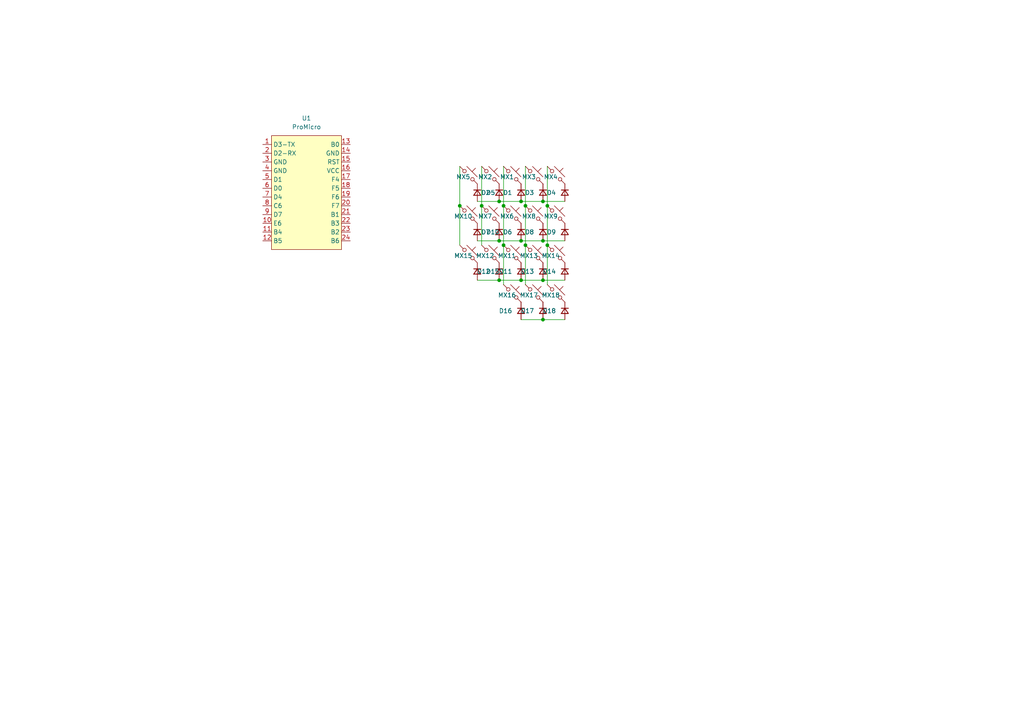
<source format=kicad_sch>
(kicad_sch (version 20250114) (generator "eeschema") (generator_version "9.0")
  (paper "A4")
  (lib_symbols
    (symbol "Device:D_Small" (pin_numbers (hide yes)) (pin_names (offset 0.254) (hide yes))
      (property "Reference" "D" (at -1.27 2.032 0))
      (property "Value" "D_Small" (at -3.81 -2.032 0))
      (symbol "D_Small_0_1"
        (polyline (pts (xy -0.762 0) (xy 0.762 0)))
        (polyline (pts (xy -0.762 -1.016) (xy -0.762 1.016)) (stroke (width 0.254)))
        (polyline (pts (xy 0.762 -1.016) (xy -0.762 0) (xy 0.762 1.016) (xy 0.762 -1.016)) (stroke (width 0.254)))
      )
      (symbol "D_Small_1_1"
        (pin passive line (at -2.54 0 0) (length 1.778) (name "K") (number "1"))
        (pin passive line (at 2.54 0 180) (length 1.778) (name "A") (number "2"))
      )
    )
    (symbol "marbastlib-mx:MX_SW_solder" (pin_numbers (hide yes)) (pin_names (offset 1.016) (hide yes))
      (property "Reference" "MX" (at 3.048 1.016 0))
      (property "Value" "MX_SW_solder" (at 0 -3.81 0))
      (symbol "MX_SW_solder_0_1"
        (polyline (pts (xy -2.54 2.54) (xy -1.524 1.524) (xy -1.524 1.524)))
        (circle (center -1.1684 1.1684) (radius 0.508))
        (polyline (pts (xy -0.508 2.54) (xy 2.54 -0.508)))
        (polyline (pts (xy 1.016 1.016) (xy 2.032 2.032)))
        (circle (center 1.143 -1.1938) (radius 0.508))
        (polyline (pts (xy 1.524 -1.524) (xy 2.54 -2.54) (xy 2.54 -2.54) (xy 2.54 -2.54)))
        (pin passive line (at -2.54 2.54 0) (length 0) (name "1") (number "1"))
        (pin passive line (at 2.54 -2.54 180) (length 0) (name "2") (number "2"))
      )
    )
    (symbol "marbastlib-promicroish:Arduino_ProMicro" (in_bom no)
      (property "Reference" "U" (at 0 20.32 0))
      (property "Value" "ProMicro" (at 0 17.78 0))
      (symbol "Arduino_ProMicro_0_0"
        (pin bidirectional line (at -12.7 13.97 0) (length 2.54) (name "D3-TX") (number "1"))
        (pin bidirectional line (at -12.7 11.43 0) (length 2.54) (name "D2-RX") (number "2"))
        (pin power_out line (at -12.7 8.89 0) (length 2.54) (name "GND") (number "3"))
        (pin power_out line (at -12.7 6.35 0) (length 2.54) (name "GND") (number "4"))
        (pin bidirectional line (at -12.7 3.81 0) (length 2.54) (name "D1") (number "5"))
        (pin bidirectional line (at -12.7 1.27 0) (length 2.54) (name "D0") (number "6"))
        (pin bidirectional line (at -12.7 -1.27 0) (length 2.54) (name "D4") (number "7"))
        (pin bidirectional line (at -12.7 -3.81 0) (length 2.54) (name "C6") (number "8"))
        (pin bidirectional line (at -12.7 -6.35 0) (length 2.54) (name "D7") (number "9"))
        (pin bidirectional line (at -12.7 -8.89 0) (length 2.54) (name "E6") (number "10"))
        (pin bidirectional line (at -12.7 -11.43 0) (length 2.54) (name "B4") (number "11"))
        (pin bidirectional line (at -12.7 -13.97 0) (length 2.54) (name "B5") (number "12"))
        (pin power_out line (at 12.7 11.43 180) (length 2.54) (name "GND") (number "14"))
        (pin bidirectional line (at 12.7 8.89 180) (length 2.54) (name "RST") (number "15"))
        (pin bidirectional line (at 12.7 3.81 180) (length 2.54) (name "F4") (number "17"))
        (pin bidirectional line (at 12.7 1.27 180) (length 2.54) (name "F5") (number "18"))
        (pin bidirectional line (at 12.7 -1.27 180) (length 2.54) (name "F6") (number "19"))
        (pin bidirectional line (at 12.7 -3.81 180) (length 2.54) (name "F7") (number "20"))
        (pin bidirectional line (at 12.7 -6.35 180) (length 2.54) (name "B1") (number "21"))
        (pin bidirectional line (at 12.7 -8.89 180) (length 2.54) (name "B3") (number "22"))
        (pin bidirectional line (at 12.7 -11.43 180) (length 2.54) (name "B2") (number "23"))
        (pin bidirectional line (at 12.7 -13.97 180) (length 2.54) (name "B6") (number "24"))
      )
      (symbol "Arduino_ProMicro_1_0"
        (pin bidirectional line (at 12.7 13.97 180) (length 2.54) (name "B0") (number "13"))
        (pin power_out line (at 12.7 6.35 180) (length 2.54) (name "VCC") (number "16"))
      )
      (symbol "Arduino_ProMicro_1_1"
        (rectangle (start -10.16 16.51) (end 10.16 -16.51) (fill (type background)))
      )
    )
  )
  (junction (at 144.78 69.85))
  (junction (at 152.4 71.12))
  (junction (at 146.05 59.69))
  (junction (at 158.75 59.69))
  (junction (at 157.48 92.71))
  (junction (at 151.13 69.85))
  (junction (at 157.48 81.28))
  (junction (at 151.13 81.28))
  (junction (at 139.7 59.69))
  (junction (at 157.48 69.85))
  (junction (at 157.48 58.42))
  (junction (at 152.4 59.69))
  (junction (at 146.05 71.12))
  (junction (at 133.35 59.69))
  (junction (at 144.78 58.42))
  (junction (at 158.75 71.12))
  (junction (at 151.13 58.42))
  (junction (at 144.78 81.28))
  (wire (pts (xy 144.78 81.28) (xy 151.13 81.28)))
  (wire (pts (xy 158.75 59.69) (xy 158.75 71.12)))
  (wire (pts (xy 152.4 59.69) (xy 152.4 71.12)))
  (wire (pts (xy 158.75 71.12) (xy 158.75 82.55)))
  (wire (pts (xy 146.05 71.12) (xy 146.05 82.55)))
  (wire (pts (xy 139.7 59.69) (xy 139.7 71.12)))
  (wire (pts (xy 157.48 58.42) (xy 163.83 58.42)))
  (wire (pts (xy 158.75 48.26) (xy 158.75 59.69)))
  (wire (pts (xy 139.7 48.26) (xy 139.7 59.69)))
  (wire (pts (xy 144.78 58.42) (xy 151.13 58.42)))
  (wire (pts (xy 151.13 58.42) (xy 157.48 58.42)))
  (wire (pts (xy 144.78 69.85) (xy 151.13 69.85)))
  (wire (pts (xy 138.43 58.42) (xy 144.78 58.42)))
  (wire (pts (xy 146.05 48.26) (xy 146.05 59.69)))
  (wire (pts (xy 157.48 92.71) (xy 163.83 92.71)))
  (wire (pts (xy 138.43 81.28) (xy 144.78 81.28)))
  (wire (pts (xy 157.48 69.85) (xy 163.83 69.85)))
  (wire (pts (xy 151.13 81.28) (xy 157.48 81.28)))
  (wire (pts (xy 152.4 48.26) (xy 152.4 59.69)))
  (wire (pts (xy 151.13 69.85) (xy 157.48 69.85)))
  (wire (pts (xy 157.48 81.28) (xy 163.83 81.28)))
  (wire (pts (xy 133.35 59.69) (xy 133.35 71.12)))
  (wire (pts (xy 146.05 59.69) (xy 146.05 71.12)))
  (wire (pts (xy 138.43 69.85) (xy 144.78 69.85)))
  (wire (pts (xy 152.4 71.12) (xy 152.4 82.55)))
  (wire (pts (xy 151.13 92.71) (xy 157.48 92.71)))
  (wire (pts (xy 133.35 48.26) (xy 133.35 59.69)))
  (symbol (lib_id "marbastlib-mx:MX_SW_solder") (at 135.89 50.8 0) (unit 1)
    (property "Reference" "MX5" (at 134.366 51.308 0))
    (property "Value" "MX_SW_solder" (effects (hide yes)))
    (property "Footprint" "marbastlib-mx:SW_MX_1u_rev" (effects (hide yes)))
    (property "Description" "Push button switch, normally open, two pins, 45° tilted" (effects (hide yes)))
  )
  (symbol (lib_id "marbastlib-mx:MX_SW_solder") (at 154.94 50.8 0) (unit 1)
    (property "Reference" "MX3" (at 153.416 51.308 0))
    (property "Value" "MX_SW_solder" (effects (hide yes)))
    (property "Footprint" "marbastlib-mx:SW_MX_1u_rev" (effects (hide yes)))
    (property "Description" "Push button switch, normally open, two pins, 45° tilted" (effects (hide yes)))
  )
  (symbol (lib_id "Device:D_Small") (at 144.78 67.31 270) (unit 1)
    (property "Reference" "D7" (at 142.24 67.3099 90) (effects (justify right)))
    (property "Value" "D_Small" (effects (hide yes)))
    (property "Footprint" "Diode_THT:D_A-405_P7.62mm_Horizontal" (effects (hide yes)))
    (property "Description" "Diode, small symbol" (effects (hide yes)))
    (property "Sim.Device" "D" (effects (hide yes)))
    (property "Sim.Pins" "1=K 2=A" (effects (hide yes)))
  )
  (symbol (lib_id "marbastlib-mx:MX_SW_solder") (at 161.29 73.66 0) (unit 1)
    (property "Reference" "MX14" (at 159.766 74.168 0))
    (property "Value" "MX_SW_solder" (effects (hide yes)))
    (property "Footprint" "marbastlib-mx:SW_MX_1u_rev" (effects (hide yes)))
    (property "Description" "Push button switch, normally open, two pins, 45° tilted" (effects (hide yes)))
  )
  (symbol (lib_id "marbastlib-mx:MX_SW_solder") (at 148.59 50.8 0) (unit 1)
    (property "Reference" "MX1" (at 147.066 51.308 0))
    (property "Value" "MX_SW_solder" (effects (hide yes)))
    (property "Footprint" "marbastlib-mx:SW_MX_1u_rev" (effects (hide yes)))
    (property "Description" "Push button switch, normally open, two pins, 45° tilted" (effects (hide yes)))
  )
  (symbol (lib_id "Device:D_Small") (at 163.83 78.74 270) (unit 1)
    (property "Reference" "D14" (at 161.29 78.7399 90) (effects (justify right)))
    (property "Value" "D_Small" (effects (hide yes)))
    (property "Footprint" "Diode_THT:D_A-405_P7.62mm_Horizontal" (effects (hide yes)))
    (property "Description" "Diode, small symbol" (effects (hide yes)))
    (property "Sim.Device" "D" (effects (hide yes)))
    (property "Sim.Pins" "1=K 2=A" (effects (hide yes)))
  )
  (symbol (lib_id "marbastlib-promicroish:Arduino_ProMicro") (at 88.9 55.88 0) (unit 1) (in_bom no)
    (property "Reference" "U1" (at 88.9 34.29 0))
    (property "Value" "ProMicro" (at 88.9 36.83 0))
    (property "Footprint" "marbastlib-xp-promicroish:ProMicro_Reversible_Single" (effects (hide yes)))
    (property "Description" "Symbol for an Arduino Pro Micro" (effects (hide yes)))
  )
  (symbol (lib_id "Device:D_Small") (at 138.43 78.74 270) (unit 1)
    (property "Reference" "D15" (at 140.97 78.7399 90) (effects (justify left)))
    (property "Value" "D_Small" (effects (hide yes)))
    (property "Footprint" "Diode_THT:D_A-405_P7.62mm_Horizontal" (effects (hide yes)))
    (property "Description" "Diode, small symbol" (effects (hide yes)))
    (property "Sim.Device" "D" (effects (hide yes)))
    (property "Sim.Pins" "1=K 2=A" (effects (hide yes)))
  )
  (symbol (lib_id "marbastlib-mx:MX_SW_solder") (at 154.94 62.23 0) (unit 1)
    (property "Reference" "MX8" (at 153.416 62.738 0))
    (property "Value" "MX_SW_solder" (effects (hide yes)))
    (property "Footprint" "marbastlib-mx:SW_MX_1u_rev" (effects (hide yes)))
    (property "Description" "Push button switch, normally open, two pins, 45° tilted" (effects (hide yes)))
  )
  (symbol (lib_id "Device:D_Small") (at 163.83 67.31 270) (unit 1)
    (property "Reference" "D9" (at 161.29 67.3099 90) (effects (justify right)))
    (property "Value" "D_Small" (effects (hide yes)))
    (property "Footprint" "Diode_THT:D_A-405_P7.62mm_Horizontal" (effects (hide yes)))
    (property "Description" "Diode, small symbol" (effects (hide yes)))
    (property "Sim.Device" "D" (effects (hide yes)))
    (property "Sim.Pins" "1=K 2=A" (effects (hide yes)))
  )
  (symbol (lib_id "marbastlib-mx:MX_SW_solder") (at 148.59 73.66 0) (unit 1)
    (property "Reference" "MX11" (at 147.066 74.168 0))
    (property "Value" "MX_SW_solder" (effects (hide yes)))
    (property "Footprint" "marbastlib-mx:SW_MX_1u_rev" (effects (hide yes)))
    (property "Description" "Push button switch, normally open, two pins, 45° tilted" (effects (hide yes)))
  )
  (symbol (lib_id "marbastlib-mx:MX_SW_solder") (at 142.24 50.8 0) (unit 1)
    (property "Reference" "MX2" (at 140.716 51.308 0))
    (property "Value" "MX_SW_solder" (effects (hide yes)))
    (property "Footprint" "marbastlib-mx:SW_MX_1u_rev" (effects (hide yes)))
    (property "Description" "Push button switch, normally open, two pins, 45° tilted" (effects (hide yes)))
  )
  (symbol (lib_id "Device:D_Small") (at 157.48 78.74 270) (unit 1)
    (property "Reference" "D13" (at 154.94 78.7399 90) (effects (justify right)))
    (property "Value" "D_Small" (effects (hide yes)))
    (property "Footprint" "Diode_THT:D_A-405_P7.62mm_Horizontal" (effects (hide yes)))
    (property "Description" "Diode, small symbol" (effects (hide yes)))
    (property "Sim.Device" "D" (effects (hide yes)))
    (property "Sim.Pins" "1=K 2=A" (effects (hide yes)))
  )
  (symbol (lib_id "marbastlib-mx:MX_SW_solder") (at 148.59 62.23 0) (unit 1)
    (property "Reference" "MX6" (at 147.066 62.738 0))
    (property "Value" "MX_SW_solder" (effects (hide yes)))
    (property "Footprint" "marbastlib-mx:SW_MX_1u_rev" (effects (hide yes)))
    (property "Description" "Push button switch, normally open, two pins, 45° tilted" (effects (hide yes)))
  )
  (symbol (lib_id "Device:D_Small") (at 151.13 67.31 270) (unit 1)
    (property "Reference" "D6" (at 148.59 67.3099 90) (effects (justify right)))
    (property "Value" "D_Small" (effects (hide yes)))
    (property "Footprint" "Diode_THT:D_A-405_P7.62mm_Horizontal" (effects (hide yes)))
    (property "Description" "Diode, small symbol" (effects (hide yes)))
    (property "Sim.Device" "D" (effects (hide yes)))
    (property "Sim.Pins" "1=K 2=A" (effects (hide yes)))
  )
  (symbol (lib_id "Device:D_Small") (at 138.43 67.31 270) (unit 1)
    (property "Reference" "D10" (at 140.97 67.3099 90) (effects (justify left)))
    (property "Value" "D_Small" (effects (hide yes)))
    (property "Footprint" "Diode_THT:D_A-405_P7.62mm_Horizontal" (effects (hide yes)))
    (property "Description" "Diode, small symbol" (effects (hide yes)))
    (property "Sim.Device" "D" (effects (hide yes)))
    (property "Sim.Pins" "1=K 2=A" (effects (hide yes)))
  )
  (symbol (lib_id "marbastlib-mx:MX_SW_solder") (at 142.24 62.23 0) (unit 1)
    (property "Reference" "MX7" (at 140.716 62.738 0))
    (property "Value" "MX_SW_solder" (effects (hide yes)))
    (property "Footprint" "marbastlib-mx:SW_MX_1u_rev" (effects (hide yes)))
    (property "Description" "Push button switch, normally open, two pins, 45° tilted" (effects (hide yes)))
  )
  (symbol (lib_id "marbastlib-mx:MX_SW_solder") (at 135.89 73.66 0) (unit 1)
    (property "Reference" "MX15" (at 134.366 74.168 0))
    (property "Value" "MX_SW_solder" (effects (hide yes)))
    (property "Footprint" "marbastlib-mx:SW_MX_1u_rev" (effects (hide yes)))
    (property "Description" "Push button switch, normally open, two pins, 45° tilted" (effects (hide yes)))
  )
  (symbol (lib_id "marbastlib-mx:MX_SW_solder") (at 154.94 73.66 0) (unit 1)
    (property "Reference" "MX13" (at 153.416 74.168 0))
    (property "Value" "MX_SW_solder" (effects (hide yes)))
    (property "Footprint" "marbastlib-mx:SW_MX_1u_rev" (effects (hide yes)))
    (property "Description" "Push button switch, normally open, two pins, 45° tilted" (effects (hide yes)))
  )
  (symbol (lib_id "Device:D_Small") (at 151.13 78.74 270) (unit 1)
    (property "Reference" "D11" (at 148.59 78.7399 90) (effects (justify right)))
    (property "Value" "D_Small" (effects (hide yes)))
    (property "Footprint" "Diode_THT:D_A-405_P7.62mm_Horizontal" (effects (hide yes)))
    (property "Description" "Diode, small symbol" (effects (hide yes)))
    (property "Sim.Device" "D" (effects (hide yes)))
    (property "Sim.Pins" "1=K 2=A" (effects (hide yes)))
  )
  (symbol (lib_id "Device:D_Small") (at 163.83 55.88 270) (unit 1)
    (property "Reference" "D4" (at 161.29 55.8799 90) (effects (justify right)))
    (property "Value" "D_Small" (effects (hide yes)))
    (property "Footprint" "Diode_THT:D_A-405_P7.62mm_Horizontal" (effects (hide yes)))
    (property "Description" "Diode, small symbol" (effects (hide yes)))
    (property "Sim.Device" "D" (effects (hide yes)))
    (property "Sim.Pins" "1=K 2=A" (effects (hide yes)))
  )
  (symbol (lib_id "Device:D_Small") (at 163.83 90.17 270) (unit 1)
    (property "Reference" "D18" (at 161.29 90.1699 90) (effects (justify right)))
    (property "Value" "D_Small" (effects (hide yes)))
    (property "Footprint" "Diode_THT:D_A-405_P7.62mm_Horizontal" (effects (hide yes)))
    (property "Description" "Diode, small symbol" (effects (hide yes)))
    (property "Sim.Device" "D" (effects (hide yes)))
    (property "Sim.Pins" "1=K 2=A" (effects (hide yes)))
  )
  (symbol (lib_id "Device:D_Small") (at 138.43 55.88 270) (unit 1)
    (property "Reference" "D5" (at 140.97 55.8799 90) (effects (justify left)))
    (property "Value" "D_Small" (effects (hide yes)))
    (property "Footprint" "Diode_THT:D_A-405_P7.62mm_Horizontal" (effects (hide yes)))
    (property "Description" "Diode, small symbol" (effects (hide yes)))
    (property "Sim.Device" "D" (effects (hide yes)))
    (property "Sim.Pins" "1=K 2=A" (effects (hide yes)))
  )
  (symbol (lib_id "marbastlib-mx:MX_SW_solder") (at 135.89 62.23 0) (unit 1)
    (property "Reference" "MX10" (at 134.366 62.738 0))
    (property "Value" "MX_SW_solder" (effects (hide yes)))
    (property "Footprint" "marbastlib-mx:SW_MX_1u_rev" (effects (hide yes)))
    (property "Description" "Push button switch, normally open, two pins, 45° tilted" (effects (hide yes)))
  )
  (symbol (lib_id "marbastlib-mx:MX_SW_solder") (at 142.24 73.66 0) (unit 1)
    (property "Reference" "MX12" (at 140.716 74.168 0))
    (property "Value" "MX_SW_solder" (effects (hide yes)))
    (property "Footprint" "marbastlib-mx:SW_MX_1u_rev" (effects (hide yes)))
    (property "Description" "Push button switch, normally open, two pins, 45° tilted" (effects (hide yes)))
  )
  (symbol (lib_id "Device:D_Small") (at 157.48 55.88 270) (unit 1)
    (property "Reference" "D3" (at 154.94 55.8799 90) (effects (justify right)))
    (property "Value" "D_Small" (effects (hide yes)))
    (property "Footprint" "Diode_THT:D_A-405_P7.62mm_Horizontal" (effects (hide yes)))
    (property "Description" "Diode, small symbol" (effects (hide yes)))
    (property "Sim.Device" "D" (effects (hide yes)))
    (property "Sim.Pins" "1=K 2=A" (effects (hide yes)))
  )
  (symbol (lib_id "Device:D_Small") (at 157.48 67.31 270) (unit 1)
    (property "Reference" "D8" (at 154.94 67.3099 90) (effects (justify right)))
    (property "Value" "D_Small" (effects (hide yes)))
    (property "Footprint" "Diode_THT:D_A-405_P7.62mm_Horizontal" (effects (hide yes)))
    (property "Description" "Diode, small symbol" (effects (hide yes)))
    (property "Sim.Device" "D" (effects (hide yes)))
    (property "Sim.Pins" "1=K 2=A" (effects (hide yes)))
  )
  (symbol (lib_id "marbastlib-mx:MX_SW_solder") (at 161.29 62.23 0) (unit 1)
    (property "Reference" "MX9" (at 159.766 62.738 0))
    (property "Value" "MX_SW_solder" (effects (hide yes)))
    (property "Footprint" "marbastlib-mx:SW_MX_1u_rev" (effects (hide yes)))
    (property "Description" "Push button switch, normally open, two pins, 45° tilted" (effects (hide yes)))
  )
  (symbol (lib_id "marbastlib-mx:MX_SW_solder") (at 154.94 85.09 0) (unit 1)
    (property "Reference" "MX17" (at 153.416 85.598 0))
    (property "Value" "MX_SW_solder" (effects (hide yes)))
    (property "Footprint" "marbastlib-mx:SW_MX_1u_rev" (effects (hide yes)))
    (property "Description" "Push button switch, normally open, two pins, 45° tilted" (effects (hide yes)))
  )
  (symbol (lib_id "Device:D_Small") (at 144.78 55.88 270) (unit 1)
    (property "Reference" "D2" (at 142.24 55.8799 90) (effects (justify right)))
    (property "Value" "D_Small" (effects (hide yes)))
    (property "Footprint" "Diode_THT:D_A-405_P7.62mm_Horizontal" (effects (hide yes)))
    (property "Description" "Diode, small symbol" (effects (hide yes)))
    (property "Sim.Device" "D" (effects (hide yes)))
    (property "Sim.Pins" "1=K 2=A" (effects (hide yes)))
  )
  (symbol (lib_id "Device:D_Small") (at 151.13 90.17 270) (unit 1)
    (property "Reference" "D16" (at 148.59 90.1699 90) (effects (justify right)))
    (property "Value" "D_Small" (effects (hide yes)))
    (property "Footprint" "Diode_THT:D_A-405_P7.62mm_Horizontal" (effects (hide yes)))
    (property "Description" "Diode, small symbol" (effects (hide yes)))
    (property "Sim.Device" "D" (effects (hide yes)))
    (property "Sim.Pins" "1=K 2=A" (effects (hide yes)))
  )
  (symbol (lib_id "Device:D_Small") (at 151.13 55.88 270) (unit 1)
    (property "Reference" "D1" (at 148.59 55.8799 90) (effects (justify right)))
    (property "Value" "D_Small" (effects (hide yes)))
    (property "Footprint" "Diode_THT:D_A-405_P7.62mm_Horizontal" (effects (hide yes)))
    (property "Description" "Diode, small symbol" (effects (hide yes)))
    (property "Sim.Device" "D" (effects (hide yes)))
    (property "Sim.Pins" "1=K 2=A" (effects (hide yes)))
  )
  (symbol (lib_id "marbastlib-mx:MX_SW_solder") (at 148.59 85.09 0) (unit 1)
    (property "Reference" "MX16" (at 147.066 85.598 0))
    (property "Value" "MX_SW_solder" (effects (hide yes)))
    (property "Footprint" "marbastlib-mx:SW_MX_1u_rev" (effects (hide yes)))
    (property "Description" "Push button switch, normally open, two pins, 45° tilted" (effects (hide yes)))
  )
  (symbol (lib_id "Device:D_Small") (at 144.78 78.74 270) (unit 1)
    (property "Reference" "D12" (at 142.24 78.7399 90) (effects (justify right)))
    (property "Value" "D_Small" (effects (hide yes)))
    (property "Footprint" "Diode_THT:D_A-405_P7.62mm_Horizontal" (effects (hide yes)))
    (property "Description" "Diode, small symbol" (effects (hide yes)))
    (property "Sim.Device" "D" (effects (hide yes)))
    (property "Sim.Pins" "1=K 2=A" (effects (hide yes)))
  )
  (symbol (lib_id "Device:D_Small") (at 157.48 90.17 270) (unit 1)
    (property "Reference" "D17" (at 154.94 90.1699 90) (effects (justify right)))
    (property "Value" "D_Small" (effects (hide yes)))
    (property "Footprint" "Diode_THT:D_A-405_P7.62mm_Horizontal" (effects (hide yes)))
    (property "Description" "Diode, small symbol" (effects (hide yes)))
    (property "Sim.Device" "D" (effects (hide yes)))
    (property "Sim.Pins" "1=K 2=A" (effects (hide yes)))
  )
  (symbol (lib_id "marbastlib-mx:MX_SW_solder") (at 161.29 85.09 0) (unit 1)
    (property "Reference" "MX18" (at 159.766 85.598 0))
    (property "Value" "MX_SW_solder" (effects (hide yes)))
    (property "Footprint" "marbastlib-mx:SW_MX_1u_rev" (effects (hide yes)))
    (property "Description" "Push button switch, normally open, two pins, 45° tilted" (effects (hide yes)))
  )
  (symbol (lib_id "marbastlib-mx:MX_SW_solder") (at 161.29 50.8 0) (unit 1)
    (property "Reference" "MX4" (at 159.766 51.308 0))
    (property "Value" "MX_SW_solder" (effects (hide yes)))
    (property "Footprint" "marbastlib-mx:SW_MX_1u_rev" (effects (hide yes)))
    (property "Description" "Push button switch, normally open, two pins, 45° tilted" (effects (hide yes)))
  )
)
</source>
